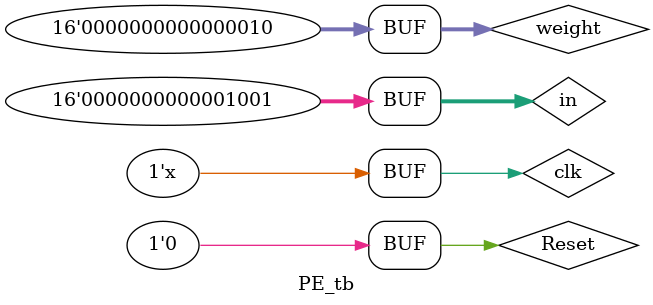
<source format=v>
module PE_tb;
    reg clk;
    reg [15:0] weight;
    reg [15:0] in;
    wire [7:0] out;
    reg Reset;

    PE #(8,8,32,6) pe_inst (
        .clk(clk),
        .w(weight),
        .in(in),
        .out(out),
        .reset(Reset)
    );

    initial begin
        clk = 1;
        Reset=1'b1;
        in = 16'h0000;
        #10
        Reset =1'b0;
        
        weight = 8'hFE;     
        #10
        // weight = 8'h02;     
        // #10
        // weight = 8'h01;     
        // #10
        // weight = 8'h02;     
        // #10
        weight = 8'h6B;     
        #10
        weight = 8'hF0;     
        #10
        weight = 8'h36;     
        #10
        weight = 8'hD5;     
        #10
        weight = 8'hE3;     
        #10
        weight = 8'hE5;     
        #10
        weight = 8'h2D;     
        #10
        weight = 8'h59;     
        #10
        weight = 8'hCC;     
        #10
        weight = 8'h7F;     
        #10
        weight = 8'h50;     
        #10
        weight = 8'h7F;     
        #10
        weight = 8'h50;     
        #10
        weight = 8'hC9;     
        #10
        weight = 8'hC1;     
        #10
        weight = 8'h6A;     
        #10
        weight = 8'h79;     
        #10
        weight = 8'h27;     
        #10
        weight = 8'hA6;     
        #10
        weight = 8'hD0;     
        #10
        weight = 8'hF5;     
        #10
        weight = 8'hC5;     
        #10
        weight = 8'hF5;     
        #10
        weight = 8'h0F;     
        #10
        weight = 8'h33;     
        #10
        weight = 8'h07;     
        #10
        weight = 8'h10;     
        #10
        weight = 8'h13;     
        #10
        weight = 8'hF3;     
        #10
        weight = 8'hF5;     
        #10
        weight = 8'hC2;     
        #20    
        // in = 8'h03;
        // #10 
        // in = 8'h04;
        // #10 
        // in = 8'h05;
        // #10
        in = 8'h35;
        #10
        in = 8'h02;
        #10
        in = 8'hD5;
        #10
        in = 8'h4F;
        #10
        in = 8'h58;
        #10
        in = 8'h58;
        #10
        in = 8'hF9;
        #10
        in = 8'h5D;
        #10
        in = 8'hD8;
        #10
        in = 8'h18;
        #10
        in = 8'h57;
        #10
        in = 8'hCA;
        #10
        in = 8'h77;
        #10
        in = 8'h7F;
        #10
        in = 8'hDE;
        #10
        in = 8'hE7;
        #10
        in = 8'h09;
        #10
        in = 8'hC2;
        #10
        in = 8'h1F;
        #10
        in = 8'h80;
        #10
        in = 8'hA8;
        #10
        in = 8'h80;
        #10
        in = 8'hE1;
        #10
        in = 8'hA7;
        #10
        in = 8'h3A;
        #10
        in = 8'hFB;
        #10
        in = 8'h06;
        #10
        in = 8'hDF;
        #10
        in = 8'h3C;
        #10
        in = 8'hC4;
        #10
        in = 8'h40;
        #10
        in = 8'h09;
        #10

        weight = 16'h0002;     
        // in = 16'h0002;
        // #10
        // weight = 16'h0002;     
        // in = 16'h0002;
        // #10
        // weight = 16'h0002;     
        // in = 16'h0002;
        // #10
        // weight = 16'h0002;     
        // in = 16'h0002;
        // #10
        // weight = 16'h0002;     
        // in = 16'h0002;
        // #10
        // weight = 16'h0002;     
        // in = 16'h0002;
        // #10
        // weight = 16'h0002;     
        // in = 16'h0002;
        //  #10
        // weight = 16'h0002;     
        // in = 16'h0002;
        //  #10
        // weight = 16'h0002;     
        // in = 16'h0002;
        //  #10
        // weight = 16'h0002;     
        // in = 16'h0002;
        //  #10
        // weight = 16'h0002;     
        // in = 16'h0002;
        //  #10
        // weight = 16'h0002;     
        // in = 16'h0002;
        //  #10
        // weight = 16'h0002;     
        // in = 16'h0002;
        //  #10
        // weight = 16'h0001;     
        // in = 16'h0002;
        //  #10
        // weight = 16'hffff;     
        // in = 16'h0002;
        //  #10
        // weight = 16'h0002;     
        // in = 16'h0002;
        //  #10
        // weight = 16'h0002;     
        // in = 16'h0002;
        //  #10
        // weight = 16'h0002;     
        // in = 16'h0002;
        //  #10
        // weight = 16'h0002;     
        // in = 16'h0002;
        //  #10
        // weight = 16'h0002;     
        // in = 16'h0002;
        //  #10
        // weight = 16'h0002;     
        // in = 16'h0002;
        //  #10
        // weight = 16'h0002;     
        // in = 16'h0002;
        //  #10
        // weight = 16'h0002;     
        // in = 16'h0002;
        //  #10
        // weight = 16'h0002;     
        // in = 16'h0002;
        //  #10
        // weight = 16'h0002;     
        // in = 16'h0002;
        //  #10
        // weight = 16'h0002;     
        // in = 16'h0002;
        //  #10
        // weight = 16'h0002;     
        // in = 16'h0002;
        //  #10
        // weight = 16'h0002;     
        // in = 16'h0002;
        //  #10
        // weight = 16'h0002;     
        // in = 16'h0002;
        //  #10
        // weight = 16'h0002;     
        // in = 16'h0002;
        //  #10
        // weight = 16'h0002;     
        // in = 16'h0002;
    end
    always #5 clk = ~clk; 
endmodule

</source>
